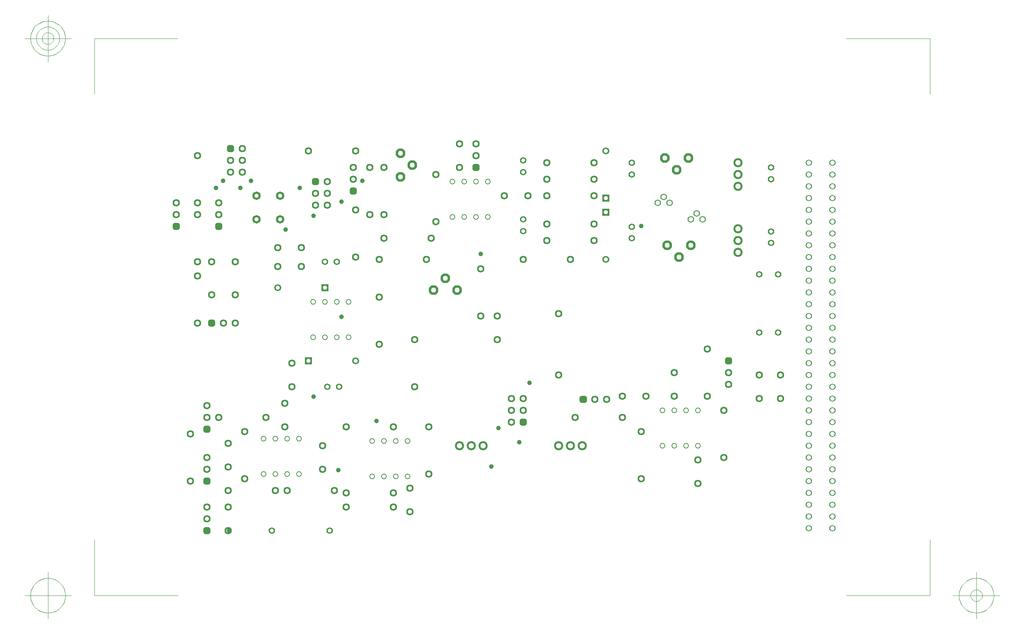
<source format=gbr>
G04 Generated by Ultiboard 10.0 *
%FSLAX25Y25*%
%MOIN*%

%ADD10C,0.00394*%
%ADD11C,0.03937*%
%ADD12C,0.06334X0.03500*%
%ADD13C,0.05500X0.04000*%
%ADD14C,0.08334X0.04333*%
%ADD15C,0.04900X0.03500*%
%ADD16C,0.05512X0.03150*%
%ADD17C,0.05906X0.03543*%
%ADD18R,0.05906X0.05906X0.03543*%
%ADD19R,0.02083X0.02083X0.03917*%
%ADD20C,0.03917*%
%ADD21C,0.07166X0.03500*%
%ADD22C,0.07834X0.04667*%
%ADD23C,0.05337X0.03937*%


G04 ColorRGB 9900CC for the following layer *
%LNL_uc100f6tzinnmaske Unterseite*%
%LPD*%
%FSLAX25Y25*%
%MOIN*%
G54D10*
X-17512Y-14937D02*
X-17512Y32308D01*
X-17512Y-14937D02*
X53291Y-14937D01*
X690512Y-14937D02*
X619709Y-14937D01*
X690512Y-14937D02*
X690512Y32308D01*
X690512Y457512D02*
X690512Y410267D01*
X690512Y457512D02*
X619709Y457512D01*
X-17512Y457512D02*
X53291Y457512D01*
X-17512Y457512D02*
X-17512Y410267D01*
X-37197Y-14937D02*
X-76567Y-14937D01*
X-56882Y-34622D02*
X-56882Y4748D01*
X-42118Y-14937D02*
X-42189Y-13490D01*
X-42189Y-13490D02*
X-42402Y-12057D01*
X-42402Y-12057D02*
X-42754Y-10651D01*
X-42754Y-10651D02*
X-43242Y-9287D01*
X-43242Y-9287D02*
X-43861Y-7977D01*
X-43861Y-7977D02*
X-44606Y-6735D01*
X-44606Y-6735D02*
X-45469Y-5571D01*
X-45469Y-5571D02*
X-46442Y-4497D01*
X-46442Y-4497D02*
X-47516Y-3524D01*
X-47516Y-3524D02*
X-48680Y-2661D01*
X-48680Y-2661D02*
X-49922Y-1917D01*
X-49922Y-1917D02*
X-51232Y-1297D01*
X-51232Y-1297D02*
X-52596Y-809D01*
X-52596Y-809D02*
X-54002Y-457D01*
X-54002Y-457D02*
X-55435Y-244D01*
X-55435Y-244D02*
X-56882Y-173D01*
X-56882Y-173D02*
X-58329Y-244D01*
X-58329Y-244D02*
X-59762Y-457D01*
X-59762Y-457D02*
X-61168Y-809D01*
X-61168Y-809D02*
X-62532Y-1297D01*
X-62532Y-1297D02*
X-63841Y-1917D01*
X-63841Y-1917D02*
X-65084Y-2661D01*
X-65084Y-2661D02*
X-66248Y-3524D01*
X-66248Y-3524D02*
X-67321Y-4497D01*
X-67321Y-4497D02*
X-68294Y-5571D01*
X-68294Y-5571D02*
X-69158Y-6735D01*
X-69158Y-6735D02*
X-69902Y-7977D01*
X-69902Y-7977D02*
X-70522Y-9287D01*
X-70522Y-9287D02*
X-71010Y-10651D01*
X-71010Y-10651D02*
X-71362Y-12057D01*
X-71362Y-12057D02*
X-71575Y-13490D01*
X-71575Y-13490D02*
X-71646Y-14937D01*
X-71646Y-14937D02*
X-71575Y-16384D01*
X-71575Y-16384D02*
X-71362Y-17817D01*
X-71362Y-17817D02*
X-71010Y-19223D01*
X-71010Y-19223D02*
X-70522Y-20587D01*
X-70522Y-20587D02*
X-69902Y-21897D01*
X-69902Y-21897D02*
X-69158Y-23139D01*
X-69158Y-23139D02*
X-68294Y-24303D01*
X-68294Y-24303D02*
X-67321Y-25377D01*
X-67321Y-25377D02*
X-66248Y-26350D01*
X-66248Y-26350D02*
X-65084Y-27213D01*
X-65084Y-27213D02*
X-63841Y-27957D01*
X-63841Y-27957D02*
X-62532Y-28577D01*
X-62532Y-28577D02*
X-61168Y-29065D01*
X-61168Y-29065D02*
X-59762Y-29417D01*
X-59762Y-29417D02*
X-58329Y-29630D01*
X-58329Y-29630D02*
X-56882Y-29701D01*
X-56882Y-29701D02*
X-55435Y-29630D01*
X-55435Y-29630D02*
X-54002Y-29417D01*
X-54002Y-29417D02*
X-52596Y-29065D01*
X-52596Y-29065D02*
X-51232Y-28577D01*
X-51232Y-28577D02*
X-49922Y-27957D01*
X-49922Y-27957D02*
X-48680Y-27213D01*
X-48680Y-27213D02*
X-47516Y-26350D01*
X-47516Y-26350D02*
X-46442Y-25377D01*
X-46442Y-25377D02*
X-45469Y-24303D01*
X-45469Y-24303D02*
X-44606Y-23139D01*
X-44606Y-23139D02*
X-43861Y-21897D01*
X-43861Y-21897D02*
X-43242Y-20587D01*
X-43242Y-20587D02*
X-42754Y-19223D01*
X-42754Y-19223D02*
X-42402Y-17817D01*
X-42402Y-17817D02*
X-42189Y-16384D01*
X-42189Y-16384D02*
X-42118Y-14937D01*
X710197Y-14937D02*
X749567Y-14937D01*
X729882Y-34622D02*
X729882Y4748D01*
X744646Y-14937D02*
X744575Y-13490D01*
X744575Y-13490D02*
X744362Y-12057D01*
X744362Y-12057D02*
X744010Y-10651D01*
X744010Y-10651D02*
X743522Y-9287D01*
X743522Y-9287D02*
X742902Y-7977D01*
X742902Y-7977D02*
X742158Y-6735D01*
X742158Y-6735D02*
X741294Y-5571D01*
X741294Y-5571D02*
X740321Y-4497D01*
X740321Y-4497D02*
X739248Y-3524D01*
X739248Y-3524D02*
X738084Y-2661D01*
X738084Y-2661D02*
X736841Y-1917D01*
X736841Y-1917D02*
X735532Y-1297D01*
X735532Y-1297D02*
X734168Y-809D01*
X734168Y-809D02*
X732762Y-457D01*
X732762Y-457D02*
X731329Y-244D01*
X731329Y-244D02*
X729882Y-173D01*
X729882Y-173D02*
X728435Y-244D01*
X728435Y-244D02*
X727002Y-457D01*
X727002Y-457D02*
X725596Y-809D01*
X725596Y-809D02*
X724232Y-1297D01*
X724232Y-1297D02*
X722922Y-1917D01*
X722922Y-1917D02*
X721680Y-2661D01*
X721680Y-2661D02*
X720516Y-3524D01*
X720516Y-3524D02*
X719442Y-4497D01*
X719442Y-4497D02*
X718469Y-5571D01*
X718469Y-5571D02*
X717606Y-6735D01*
X717606Y-6735D02*
X716861Y-7977D01*
X716861Y-7977D02*
X716242Y-9287D01*
X716242Y-9287D02*
X715754Y-10651D01*
X715754Y-10651D02*
X715402Y-12057D01*
X715402Y-12057D02*
X715189Y-13490D01*
X715189Y-13490D02*
X715118Y-14937D01*
X715118Y-14937D02*
X715189Y-16384D01*
X715189Y-16384D02*
X715402Y-17817D01*
X715402Y-17817D02*
X715754Y-19223D01*
X715754Y-19223D02*
X716242Y-20587D01*
X716242Y-20587D02*
X716861Y-21897D01*
X716861Y-21897D02*
X717606Y-23139D01*
X717606Y-23139D02*
X718469Y-24303D01*
X718469Y-24303D02*
X719442Y-25377D01*
X719442Y-25377D02*
X720516Y-26350D01*
X720516Y-26350D02*
X721680Y-27213D01*
X721680Y-27213D02*
X722922Y-27957D01*
X722922Y-27957D02*
X724232Y-28577D01*
X724232Y-28577D02*
X725596Y-29065D01*
X725596Y-29065D02*
X727002Y-29417D01*
X727002Y-29417D02*
X728435Y-29630D01*
X728435Y-29630D02*
X729882Y-29701D01*
X729882Y-29701D02*
X731329Y-29630D01*
X731329Y-29630D02*
X732762Y-29417D01*
X732762Y-29417D02*
X734168Y-29065D01*
X734168Y-29065D02*
X735532Y-28577D01*
X735532Y-28577D02*
X736841Y-27957D01*
X736841Y-27957D02*
X738084Y-27213D01*
X738084Y-27213D02*
X739248Y-26350D01*
X739248Y-26350D02*
X740321Y-25377D01*
X740321Y-25377D02*
X741294Y-24303D01*
X741294Y-24303D02*
X742158Y-23139D01*
X742158Y-23139D02*
X742902Y-21897D01*
X742902Y-21897D02*
X743522Y-20587D01*
X743522Y-20587D02*
X744010Y-19223D01*
X744010Y-19223D02*
X744362Y-17817D01*
X744362Y-17817D02*
X744575Y-16384D01*
X744575Y-16384D02*
X744646Y-14937D01*
X734803Y-14937D02*
X734779Y-14455D01*
X734779Y-14455D02*
X734709Y-13977D01*
X734709Y-13977D02*
X734591Y-13508D01*
X734591Y-13508D02*
X734429Y-13054D01*
X734429Y-13054D02*
X734222Y-12617D01*
X734222Y-12617D02*
X733974Y-12203D01*
X733974Y-12203D02*
X733686Y-11815D01*
X733686Y-11815D02*
X733362Y-11457D01*
X733362Y-11457D02*
X733004Y-11133D01*
X733004Y-11133D02*
X732616Y-10845D01*
X732616Y-10845D02*
X732202Y-10597D01*
X732202Y-10597D02*
X731765Y-10390D01*
X731765Y-10390D02*
X731310Y-10228D01*
X731310Y-10228D02*
X730842Y-10110D01*
X730842Y-10110D02*
X730364Y-10039D01*
X730364Y-10039D02*
X729882Y-10016D01*
X729882Y-10016D02*
X729400Y-10039D01*
X729400Y-10039D02*
X728922Y-10110D01*
X728922Y-10110D02*
X728453Y-10228D01*
X728453Y-10228D02*
X727999Y-10390D01*
X727999Y-10390D02*
X727562Y-10597D01*
X727562Y-10597D02*
X727148Y-10845D01*
X727148Y-10845D02*
X726760Y-11133D01*
X726760Y-11133D02*
X726402Y-11457D01*
X726402Y-11457D02*
X726078Y-11815D01*
X726078Y-11815D02*
X725790Y-12203D01*
X725790Y-12203D02*
X725542Y-12617D01*
X725542Y-12617D02*
X725335Y-13054D01*
X725335Y-13054D02*
X725173Y-13508D01*
X725173Y-13508D02*
X725055Y-13977D01*
X725055Y-13977D02*
X724984Y-14455D01*
X724984Y-14455D02*
X724961Y-14937D01*
X724961Y-14937D02*
X724984Y-15419D01*
X724984Y-15419D02*
X725055Y-15897D01*
X725055Y-15897D02*
X725173Y-16366D01*
X725173Y-16366D02*
X725335Y-16820D01*
X725335Y-16820D02*
X725542Y-17257D01*
X725542Y-17257D02*
X725790Y-17671D01*
X725790Y-17671D02*
X726078Y-18059D01*
X726078Y-18059D02*
X726402Y-18417D01*
X726402Y-18417D02*
X726760Y-18741D01*
X726760Y-18741D02*
X727148Y-19029D01*
X727148Y-19029D02*
X727562Y-19277D01*
X727562Y-19277D02*
X727999Y-19484D01*
X727999Y-19484D02*
X728453Y-19646D01*
X728453Y-19646D02*
X728922Y-19764D01*
X728922Y-19764D02*
X729400Y-19835D01*
X729400Y-19835D02*
X729882Y-19858D01*
X729882Y-19858D02*
X730364Y-19835D01*
X730364Y-19835D02*
X730842Y-19764D01*
X730842Y-19764D02*
X731310Y-19646D01*
X731310Y-19646D02*
X731765Y-19484D01*
X731765Y-19484D02*
X732202Y-19277D01*
X732202Y-19277D02*
X732616Y-19029D01*
X732616Y-19029D02*
X733004Y-18741D01*
X733004Y-18741D02*
X733362Y-18417D01*
X733362Y-18417D02*
X733686Y-18059D01*
X733686Y-18059D02*
X733974Y-17671D01*
X733974Y-17671D02*
X734222Y-17257D01*
X734222Y-17257D02*
X734429Y-16820D01*
X734429Y-16820D02*
X734591Y-16366D01*
X734591Y-16366D02*
X734709Y-15897D01*
X734709Y-15897D02*
X734779Y-15419D01*
X734779Y-15419D02*
X734803Y-14937D01*
X-37197Y457512D02*
X-76567Y457512D01*
X-56882Y437827D02*
X-56882Y477197D01*
X-42118Y457512D02*
X-42189Y458959D01*
X-42189Y458959D02*
X-42402Y460392D01*
X-42402Y460392D02*
X-42754Y461798D01*
X-42754Y461798D02*
X-43242Y463162D01*
X-43242Y463162D02*
X-43861Y464471D01*
X-43861Y464471D02*
X-44606Y465714D01*
X-44606Y465714D02*
X-45469Y466878D01*
X-45469Y466878D02*
X-46442Y467951D01*
X-46442Y467951D02*
X-47516Y468924D01*
X-47516Y468924D02*
X-48680Y469787D01*
X-48680Y469787D02*
X-49922Y470532D01*
X-49922Y470532D02*
X-51232Y471152D01*
X-51232Y471152D02*
X-52596Y471640D01*
X-52596Y471640D02*
X-54002Y471992D01*
X-54002Y471992D02*
X-55435Y472205D01*
X-55435Y472205D02*
X-56882Y472276D01*
X-56882Y472276D02*
X-58329Y472205D01*
X-58329Y472205D02*
X-59762Y471992D01*
X-59762Y471992D02*
X-61168Y471640D01*
X-61168Y471640D02*
X-62532Y471152D01*
X-62532Y471152D02*
X-63841Y470532D01*
X-63841Y470532D02*
X-65084Y469787D01*
X-65084Y469787D02*
X-66248Y468924D01*
X-66248Y468924D02*
X-67321Y467951D01*
X-67321Y467951D02*
X-68294Y466878D01*
X-68294Y466878D02*
X-69158Y465714D01*
X-69158Y465714D02*
X-69902Y464471D01*
X-69902Y464471D02*
X-70522Y463162D01*
X-70522Y463162D02*
X-71010Y461798D01*
X-71010Y461798D02*
X-71362Y460392D01*
X-71362Y460392D02*
X-71575Y458959D01*
X-71575Y458959D02*
X-71646Y457512D01*
X-71646Y457512D02*
X-71575Y456065D01*
X-71575Y456065D02*
X-71362Y454632D01*
X-71362Y454632D02*
X-71010Y453226D01*
X-71010Y453226D02*
X-70522Y451862D01*
X-70522Y451862D02*
X-69902Y450552D01*
X-69902Y450552D02*
X-69158Y449310D01*
X-69158Y449310D02*
X-68294Y448146D01*
X-68294Y448146D02*
X-67321Y447072D01*
X-67321Y447072D02*
X-66248Y446099D01*
X-66248Y446099D02*
X-65084Y445236D01*
X-65084Y445236D02*
X-63841Y444491D01*
X-63841Y444491D02*
X-62532Y443872D01*
X-62532Y443872D02*
X-61168Y443384D01*
X-61168Y443384D02*
X-59762Y443032D01*
X-59762Y443032D02*
X-58329Y442819D01*
X-58329Y442819D02*
X-56882Y442748D01*
X-56882Y442748D02*
X-55435Y442819D01*
X-55435Y442819D02*
X-54002Y443032D01*
X-54002Y443032D02*
X-52596Y443384D01*
X-52596Y443384D02*
X-51232Y443872D01*
X-51232Y443872D02*
X-49922Y444491D01*
X-49922Y444491D02*
X-48680Y445236D01*
X-48680Y445236D02*
X-47516Y446099D01*
X-47516Y446099D02*
X-46442Y447072D01*
X-46442Y447072D02*
X-45469Y448146D01*
X-45469Y448146D02*
X-44606Y449310D01*
X-44606Y449310D02*
X-43861Y450552D01*
X-43861Y450552D02*
X-43242Y451862D01*
X-43242Y451862D02*
X-42754Y453226D01*
X-42754Y453226D02*
X-42402Y454632D01*
X-42402Y454632D02*
X-42189Y456065D01*
X-42189Y456065D02*
X-42118Y457512D01*
X-47039Y457512D02*
X-47087Y458477D01*
X-47087Y458477D02*
X-47228Y459432D01*
X-47228Y459432D02*
X-47463Y460369D01*
X-47463Y460369D02*
X-47789Y461278D01*
X-47789Y461278D02*
X-48202Y462152D01*
X-48202Y462152D02*
X-48698Y462980D01*
X-48698Y462980D02*
X-49274Y463756D01*
X-49274Y463756D02*
X-49922Y464472D01*
X-49922Y464472D02*
X-50638Y465120D01*
X-50638Y465120D02*
X-51414Y465696D01*
X-51414Y465696D02*
X-52242Y466192D01*
X-52242Y466192D02*
X-53115Y466605D01*
X-53115Y466605D02*
X-54025Y466931D01*
X-54025Y466931D02*
X-54962Y467165D01*
X-54962Y467165D02*
X-55917Y467307D01*
X-55917Y467307D02*
X-56882Y467354D01*
X-56882Y467354D02*
X-57847Y467307D01*
X-57847Y467307D02*
X-58802Y467165D01*
X-58802Y467165D02*
X-59739Y466931D01*
X-59739Y466931D02*
X-60648Y466605D01*
X-60648Y466605D02*
X-61522Y466192D01*
X-61522Y466192D02*
X-62350Y465696D01*
X-62350Y465696D02*
X-63126Y465120D01*
X-63126Y465120D02*
X-63842Y464472D01*
X-63842Y464472D02*
X-64490Y463756D01*
X-64490Y463756D02*
X-65066Y462980D01*
X-65066Y462980D02*
X-65562Y462152D01*
X-65562Y462152D02*
X-65975Y461278D01*
X-65975Y461278D02*
X-66301Y460369D01*
X-66301Y460369D02*
X-66535Y459432D01*
X-66535Y459432D02*
X-66677Y458477D01*
X-66677Y458477D02*
X-66724Y457512D01*
X-66724Y457512D02*
X-66677Y456547D01*
X-66677Y456547D02*
X-66535Y455592D01*
X-66535Y455592D02*
X-66301Y454655D01*
X-66301Y454655D02*
X-65975Y453745D01*
X-65975Y453745D02*
X-65562Y452872D01*
X-65562Y452872D02*
X-65066Y452044D01*
X-65066Y452044D02*
X-64490Y451268D01*
X-64490Y451268D02*
X-63842Y450552D01*
X-63842Y450552D02*
X-63126Y449903D01*
X-63126Y449903D02*
X-62350Y449328D01*
X-62350Y449328D02*
X-61522Y448831D01*
X-61522Y448831D02*
X-60648Y448419D01*
X-60648Y448419D02*
X-59739Y448093D01*
X-59739Y448093D02*
X-58802Y447858D01*
X-58802Y447858D02*
X-57847Y447717D01*
X-57847Y447717D02*
X-56882Y447669D01*
X-56882Y447669D02*
X-55917Y447717D01*
X-55917Y447717D02*
X-54962Y447858D01*
X-54962Y447858D02*
X-54025Y448093D01*
X-54025Y448093D02*
X-53115Y448419D01*
X-53115Y448419D02*
X-52242Y448831D01*
X-52242Y448831D02*
X-51414Y449328D01*
X-51414Y449328D02*
X-50638Y449903D01*
X-50638Y449903D02*
X-49922Y450552D01*
X-49922Y450552D02*
X-49274Y451268D01*
X-49274Y451268D02*
X-48698Y452044D01*
X-48698Y452044D02*
X-48202Y452872D01*
X-48202Y452872D02*
X-47789Y453745D01*
X-47789Y453745D02*
X-47463Y454655D01*
X-47463Y454655D02*
X-47228Y455592D01*
X-47228Y455592D02*
X-47087Y456547D01*
X-47087Y456547D02*
X-47039Y457512D01*
X-51961Y457512D02*
X-51984Y457994D01*
X-51984Y457994D02*
X-52055Y458472D01*
X-52055Y458472D02*
X-52173Y458940D01*
X-52173Y458940D02*
X-52335Y459395D01*
X-52335Y459395D02*
X-52542Y459832D01*
X-52542Y459832D02*
X-52790Y460246D01*
X-52790Y460246D02*
X-53078Y460634D01*
X-53078Y460634D02*
X-53402Y460992D01*
X-53402Y460992D02*
X-53760Y461316D01*
X-53760Y461316D02*
X-54148Y461604D01*
X-54148Y461604D02*
X-54562Y461852D01*
X-54562Y461852D02*
X-54999Y462058D01*
X-54999Y462058D02*
X-55453Y462221D01*
X-55453Y462221D02*
X-55922Y462339D01*
X-55922Y462339D02*
X-56400Y462409D01*
X-56400Y462409D02*
X-56882Y462433D01*
X-56882Y462433D02*
X-57364Y462409D01*
X-57364Y462409D02*
X-57842Y462339D01*
X-57842Y462339D02*
X-58310Y462221D01*
X-58310Y462221D02*
X-58765Y462058D01*
X-58765Y462058D02*
X-59202Y461852D01*
X-59202Y461852D02*
X-59616Y461604D01*
X-59616Y461604D02*
X-60004Y461316D01*
X-60004Y461316D02*
X-60362Y460992D01*
X-60362Y460992D02*
X-60686Y460634D01*
X-60686Y460634D02*
X-60974Y460246D01*
X-60974Y460246D02*
X-61222Y459832D01*
X-61222Y459832D02*
X-61429Y459395D01*
X-61429Y459395D02*
X-61591Y458940D01*
X-61591Y458940D02*
X-61709Y458472D01*
X-61709Y458472D02*
X-61779Y457994D01*
X-61779Y457994D02*
X-61803Y457512D01*
X-61803Y457512D02*
X-61779Y457029D01*
X-61779Y457029D02*
X-61709Y456552D01*
X-61709Y456552D02*
X-61591Y456083D01*
X-61591Y456083D02*
X-61429Y455629D01*
X-61429Y455629D02*
X-61222Y455192D01*
X-61222Y455192D02*
X-60974Y454778D01*
X-60974Y454778D02*
X-60686Y454390D01*
X-60686Y454390D02*
X-60362Y454032D01*
X-60362Y454032D02*
X-60004Y453708D01*
X-60004Y453708D02*
X-59616Y453420D01*
X-59616Y453420D02*
X-59202Y453172D01*
X-59202Y453172D02*
X-58765Y452965D01*
X-58765Y452965D02*
X-58310Y452802D01*
X-58310Y452802D02*
X-57842Y452685D01*
X-57842Y452685D02*
X-57364Y452614D01*
X-57364Y452614D02*
X-56882Y452591D01*
X-56882Y452591D02*
X-56400Y452614D01*
X-56400Y452614D02*
X-55922Y452685D01*
X-55922Y452685D02*
X-55453Y452802D01*
X-55453Y452802D02*
X-54999Y452965D01*
X-54999Y452965D02*
X-54562Y453172D01*
X-54562Y453172D02*
X-54148Y453420D01*
X-54148Y453420D02*
X-53760Y453708D01*
X-53760Y453708D02*
X-53402Y454032D01*
X-53402Y454032D02*
X-53078Y454390D01*
X-53078Y454390D02*
X-52790Y454778D01*
X-52790Y454778D02*
X-52542Y455192D01*
X-52542Y455192D02*
X-52335Y455629D01*
X-52335Y455629D02*
X-52173Y456083D01*
X-52173Y456083D02*
X-52055Y456552D01*
X-52055Y456552D02*
X-51984Y457029D01*
X-51984Y457029D02*
X-51961Y457512D01*
G54D11*
X96500Y40000D03*
X189165Y91535D03*
X191929Y221457D03*
X168307Y153543D03*
X221646Y132874D03*
X91535Y336614D03*
X85630Y330709D03*
X106299Y330709D03*
X115157Y336614D03*
X191929Y318898D03*
X144685Y295276D03*
X168307Y307087D03*
X156496Y330709D03*
X209646Y336614D03*
X324803Y126969D03*
X318898Y94488D03*
X342520Y115157D03*
X351378Y165354D03*
X310039Y274606D03*
X445866Y298228D03*
G54D12*
X494000Y80000D03*
X494000Y100000D03*
X502000Y154000D03*
X502000Y194000D03*
X254000Y162000D03*
X254000Y202000D03*
X224000Y270000D03*
X264000Y270000D03*
X228000Y288000D03*
X268000Y288000D03*
X250000Y56000D03*
X250000Y76000D03*
X158000Y264000D03*
X138000Y264000D03*
X82000Y240000D03*
X102000Y240000D03*
X70000Y216000D03*
X70000Y256000D03*
X96000Y74000D03*
X136000Y74000D03*
X128000Y136000D03*
X88000Y136000D03*
X110000Y124000D03*
X110000Y84000D03*
X78000Y136000D03*
X78000Y146000D03*
X64000Y82000D03*
X64000Y122000D03*
X96000Y60000D03*
X96000Y40000D03*
X78000Y60000D03*
X78000Y50000D03*
X96000Y94000D03*
X96000Y114000D03*
X78000Y92000D03*
X78000Y102000D03*
X92000Y216000D03*
X102000Y216000D03*
X144000Y128000D03*
X144000Y148000D03*
X196000Y128000D03*
X236000Y128000D03*
X186000Y74000D03*
X146000Y74000D03*
X176000Y92000D03*
X176000Y112000D03*
X196000Y60000D03*
X236000Y60000D03*
X196000Y72000D03*
X236000Y72000D03*
X150000Y162000D03*
X150000Y182000D03*
X224000Y198000D03*
X224000Y238000D03*
X52000Y318000D03*
X52000Y308000D03*
X70000Y318000D03*
X70000Y358000D03*
X88000Y318000D03*
X88000Y308000D03*
X82000Y268000D03*
X102000Y268000D03*
X70000Y268000D03*
X70000Y308000D03*
X98000Y344000D03*
X108000Y344000D03*
X108000Y364000D03*
X108000Y354000D03*
X98000Y354000D03*
X164000Y362000D03*
X204000Y362000D03*
X180000Y316000D03*
X170000Y316000D03*
X170000Y326000D03*
X180000Y326000D03*
X180000Y336000D03*
X158000Y280000D03*
X138000Y280000D03*
X228000Y308000D03*
X228000Y348000D03*
X216000Y308000D03*
X216000Y348000D03*
X204000Y312000D03*
X204000Y272000D03*
X202000Y348000D03*
X202000Y338000D03*
X310000Y222000D03*
X310000Y262000D03*
X376000Y172000D03*
X376000Y224000D03*
X266000Y128000D03*
X266000Y88000D03*
X346000Y142000D03*
X346000Y152000D03*
X336000Y142000D03*
X336000Y132000D03*
X336000Y152000D03*
X324000Y222000D03*
X324000Y202000D03*
X446000Y124000D03*
X446000Y84000D03*
X430000Y154000D03*
X450000Y154000D03*
X474000Y154000D03*
X474000Y174000D03*
X390000Y136000D03*
X430000Y136000D03*
X406708Y151292D03*
X416708Y151292D03*
X346000Y270000D03*
X386000Y270000D03*
X366000Y324000D03*
X406000Y324000D03*
X366000Y352000D03*
X406000Y352000D03*
X366000Y338000D03*
X406000Y338000D03*
X366000Y286000D03*
X406000Y286000D03*
X366000Y300000D03*
X406000Y300000D03*
X306000Y358000D03*
X306000Y368000D03*
X272000Y302000D03*
X272000Y342000D03*
X292000Y348000D03*
X292000Y368000D03*
X330000Y324000D03*
X350000Y324000D03*
X516000Y102000D03*
X516000Y142000D03*
X564000Y152000D03*
X564000Y172000D03*
X520000Y174000D03*
X520000Y164000D03*
X546000Y152000D03*
X546000Y172000D03*
G54D13*
X488000Y304000D03*
X493000Y309000D03*
X498000Y304000D03*
X470000Y318000D03*
X460000Y318000D03*
X465000Y323000D03*
G54D14*
X252000Y350000D03*
X242000Y340000D03*
X242000Y360000D03*
X280000Y254000D03*
X270000Y244000D03*
X290000Y244000D03*
X468000Y282000D03*
X488000Y282000D03*
X478000Y272000D03*
X476000Y346000D03*
X466000Y356000D03*
X486000Y356000D03*
G54D15*
X218000Y86000D03*
X218000Y116000D03*
X238000Y86000D03*
X228000Y86000D03*
X248000Y86000D03*
X238000Y116000D03*
X228000Y116000D03*
X248000Y116000D03*
X126000Y88000D03*
X126000Y118000D03*
X156000Y118000D03*
X156000Y88000D03*
X136000Y88000D03*
X146000Y88000D03*
X136000Y118000D03*
X146000Y118000D03*
X188000Y204000D03*
X188000Y234000D03*
X168000Y204000D03*
X178000Y204000D03*
X168000Y234000D03*
X178000Y234000D03*
X198000Y204000D03*
X198000Y234000D03*
X474000Y112000D03*
X464000Y112000D03*
X484000Y112000D03*
X494000Y112000D03*
X474000Y142000D03*
X464000Y142000D03*
X484000Y142000D03*
X494000Y142000D03*
X316000Y336000D03*
X316000Y306000D03*
X286000Y306000D03*
X296000Y306000D03*
X306000Y306000D03*
X286000Y336000D03*
X296000Y336000D03*
X306000Y336000D03*
G54D16*
X187843Y268000D03*
X178000Y268000D03*
X132787Y40000D03*
X182000Y40000D03*
X189843Y162000D03*
X180000Y162000D03*
X346000Y304000D03*
X346000Y294157D03*
X346000Y344157D03*
X346000Y354000D03*
X438000Y342157D03*
X438000Y352000D03*
X438000Y297843D03*
X438000Y288000D03*
X562000Y208000D03*
X562000Y257213D03*
X546000Y208000D03*
X546000Y257213D03*
X556000Y348000D03*
X556000Y338157D03*
X556000Y284000D03*
X556000Y293843D03*
G54D17*
X138000Y246000D03*
X204000Y184000D03*
X416000Y270000D03*
X416000Y362000D03*
G54D18*
X178000Y246000D03*
X164000Y184000D03*
X416000Y310000D03*
X416000Y322000D03*
G54D19*
X78000Y126000D03*
X78000Y40000D03*
X78000Y82000D03*
X82000Y216000D03*
X52000Y298000D03*
X88000Y298000D03*
X98000Y364000D03*
X170000Y336000D03*
X202000Y328000D03*
X346000Y132000D03*
X396708Y151292D03*
X306000Y348000D03*
X520000Y184000D03*
G54D20*
X76959Y124959D02*
X79041Y124959D01*
X79041Y127041D01*
X76959Y127041D01*
X76959Y124959D01*D02*
X76959Y38959D02*
X79041Y38959D01*
X79041Y41041D01*
X76959Y41041D01*
X76959Y38959D01*D02*
X76959Y80959D02*
X79041Y80959D01*
X79041Y83041D01*
X76959Y83041D01*
X76959Y80959D01*D02*
X80959Y214959D02*
X83041Y214959D01*
X83041Y217041D01*
X80959Y217041D01*
X80959Y214959D01*D02*
X50959Y296959D02*
X53041Y296959D01*
X53041Y299041D01*
X50959Y299041D01*
X50959Y296959D01*D02*
X86959Y296959D02*
X89041Y296959D01*
X89041Y299041D01*
X86959Y299041D01*
X86959Y296959D01*D02*
X96959Y362959D02*
X99041Y362959D01*
X99041Y365041D01*
X96959Y365041D01*
X96959Y362959D01*D02*
X168959Y334959D02*
X171041Y334959D01*
X171041Y337041D01*
X168959Y337041D01*
X168959Y334959D01*D02*
X200959Y326959D02*
X203041Y326959D01*
X203041Y329041D01*
X200959Y329041D01*
X200959Y326959D01*D02*
X344959Y130959D02*
X347041Y130959D01*
X347041Y133041D01*
X344959Y133041D01*
X344959Y130959D01*D02*
X395667Y150251D02*
X397749Y150251D01*
X397749Y152333D01*
X395667Y152333D01*
X395667Y150251D01*D02*
X304959Y346959D02*
X307041Y346959D01*
X307041Y349041D01*
X304959Y349041D01*
X304959Y346959D01*D02*
X518959Y182959D02*
X521041Y182959D01*
X521041Y185041D01*
X518959Y185041D01*
X518959Y182959D01*D02*
G54D21*
X120000Y304000D03*
X120000Y324000D03*
X140000Y304000D03*
X140000Y324000D03*
G54D22*
X376000Y112000D03*
X396000Y112000D03*
X386000Y112000D03*
X312000Y112000D03*
X302000Y112000D03*
X292000Y112000D03*
X528000Y286000D03*
X528000Y276000D03*
X528000Y296000D03*
X528000Y342000D03*
X528000Y332000D03*
X528000Y352000D03*
G54D23*
X588000Y252000D03*
X607921Y252000D03*
X588000Y62000D03*
X607921Y62000D03*
X588000Y42000D03*
X588000Y52000D03*
X607921Y42000D03*
X607921Y52000D03*
X588000Y92000D03*
X588000Y72000D03*
X588000Y82000D03*
X588000Y112000D03*
X588000Y102000D03*
X588000Y122000D03*
X607921Y92000D03*
X607921Y72000D03*
X607921Y82000D03*
X607921Y112000D03*
X607921Y102000D03*
X607921Y122000D03*
X588000Y192000D03*
X607921Y192000D03*
X588000Y142000D03*
X588000Y132000D03*
X588000Y152000D03*
X588000Y172000D03*
X588000Y162000D03*
X588000Y182000D03*
X607921Y142000D03*
X607921Y132000D03*
X607921Y152000D03*
X607921Y172000D03*
X607921Y162000D03*
X607921Y182000D03*
X588000Y222000D03*
X588000Y202000D03*
X588000Y212000D03*
X588000Y232000D03*
X588000Y242000D03*
X607921Y222000D03*
X607921Y202000D03*
X607921Y212000D03*
X607921Y232000D03*
X607921Y242000D03*
X588000Y282000D03*
X588000Y262000D03*
X588000Y272000D03*
X588000Y292000D03*
X588000Y312000D03*
X588000Y302000D03*
X607921Y282000D03*
X607921Y262000D03*
X607921Y272000D03*
X607921Y292000D03*
X607921Y312000D03*
X607921Y302000D03*
X588000Y332000D03*
X588000Y322000D03*
X588000Y342000D03*
X588000Y352000D03*
X607921Y332000D03*
X607921Y322000D03*
X607921Y342000D03*
X607921Y352000D03*

M00*

</source>
